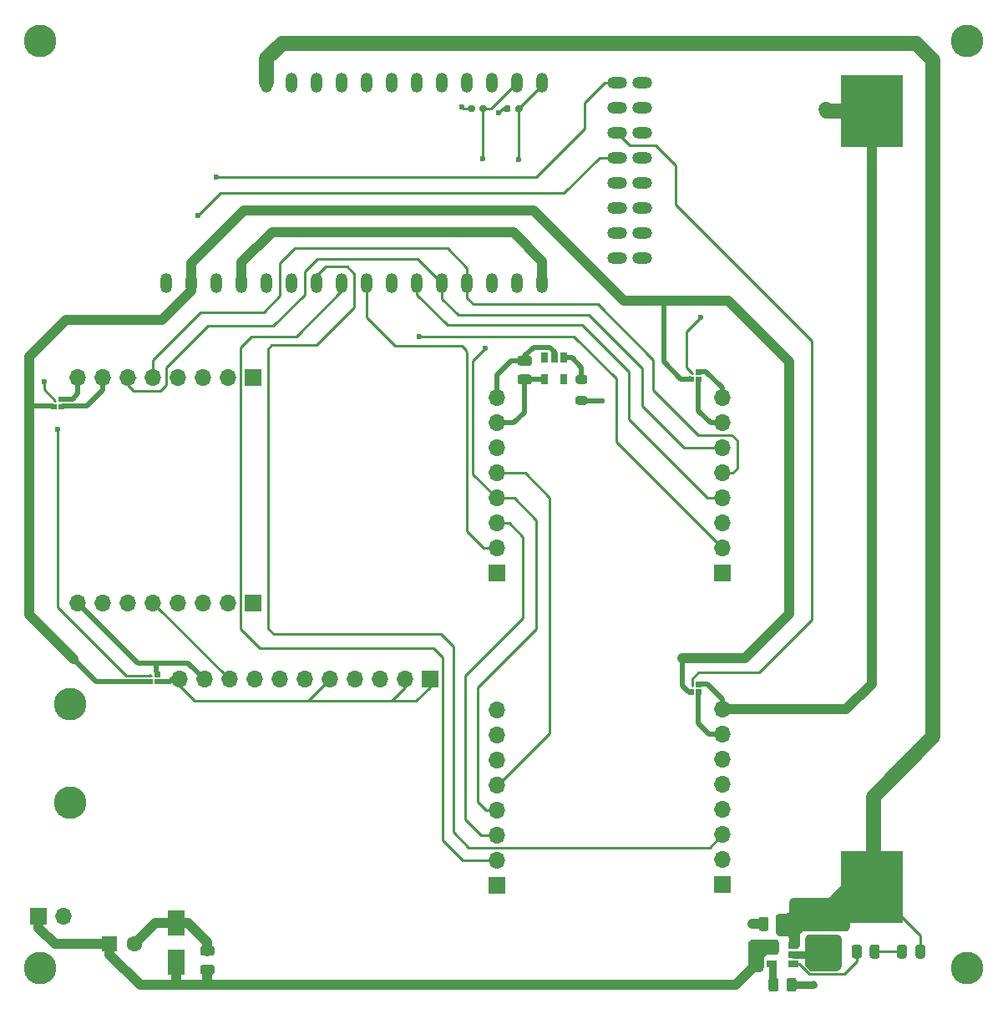
<source format=gbr>
G04 #@! TF.GenerationSoftware,KiCad,Pcbnew,5.1.9-73d0e3b20d~88~ubuntu20.04.1*
G04 #@! TF.CreationDate,2021-03-19T21:26:38+02:00*
G04 #@! TF.ProjectId,QuickFeather-Enviroment-Monitor,51756963-6b46-4656-9174-6865722d456e,rev?*
G04 #@! TF.SameCoordinates,Original*
G04 #@! TF.FileFunction,Copper,L1,Top*
G04 #@! TF.FilePolarity,Positive*
%FSLAX46Y46*%
G04 Gerber Fmt 4.6, Leading zero omitted, Abs format (unit mm)*
G04 Created by KiCad (PCBNEW 5.1.9-73d0e3b20d~88~ubuntu20.04.1) date 2021-03-19 21:26:38*
%MOMM*%
%LPD*%
G01*
G04 APERTURE LIST*
G04 #@! TA.AperFunction,ComponentPad*
%ADD10O,2.000000X1.200000*%
G04 #@! TD*
G04 #@! TA.AperFunction,ComponentPad*
%ADD11O,1.200000X2.000000*%
G04 #@! TD*
G04 #@! TA.AperFunction,ComponentPad*
%ADD12O,1.700000X1.700000*%
G04 #@! TD*
G04 #@! TA.AperFunction,ComponentPad*
%ADD13R,1.700000X1.700000*%
G04 #@! TD*
G04 #@! TA.AperFunction,ComponentPad*
%ADD14C,3.302000*%
G04 #@! TD*
G04 #@! TA.AperFunction,SMDPad,CuDef*
%ADD15C,0.250000*%
G04 #@! TD*
G04 #@! TA.AperFunction,SMDPad,CuDef*
%ADD16R,1.060000X0.650000*%
G04 #@! TD*
G04 #@! TA.AperFunction,SMDPad,CuDef*
%ADD17R,1.800000X2.500000*%
G04 #@! TD*
G04 #@! TA.AperFunction,SMDPad,CuDef*
%ADD18R,6.350000X7.340000*%
G04 #@! TD*
G04 #@! TA.AperFunction,ComponentPad*
%ADD19C,1.600000*%
G04 #@! TD*
G04 #@! TA.AperFunction,ComponentPad*
%ADD20R,1.600000X1.600000*%
G04 #@! TD*
G04 #@! TA.AperFunction,SMDPad,CuDef*
%ADD21R,0.650000X1.060000*%
G04 #@! TD*
G04 #@! TA.AperFunction,ViaPad*
%ADD22C,0.800000*%
G04 #@! TD*
G04 #@! TA.AperFunction,ViaPad*
%ADD23C,0.600000*%
G04 #@! TD*
G04 #@! TA.AperFunction,Conductor*
%ADD24C,0.500000*%
G04 #@! TD*
G04 #@! TA.AperFunction,Conductor*
%ADD25C,1.000000*%
G04 #@! TD*
G04 #@! TA.AperFunction,Conductor*
%ADD26C,1.500000*%
G04 #@! TD*
G04 #@! TA.AperFunction,Conductor*
%ADD27C,0.750000*%
G04 #@! TD*
G04 #@! TA.AperFunction,Conductor*
%ADD28C,0.250000*%
G04 #@! TD*
G04 #@! TA.AperFunction,Conductor*
%ADD29C,0.200000*%
G04 #@! TD*
G04 #@! TA.AperFunction,Conductor*
%ADD30C,0.100000*%
G04 #@! TD*
G04 #@! TA.AperFunction,Conductor*
%ADD31C,0.254000*%
G04 #@! TD*
G04 APERTURE END LIST*
D10*
X91540000Y-37200000D03*
X94080000Y-39740000D03*
X94080000Y-37200000D03*
X91540000Y-39740000D03*
X91540000Y-42280000D03*
X94080000Y-44820000D03*
X94080000Y-42280000D03*
X91540000Y-44820000D03*
X91540000Y-47360000D03*
X94080000Y-49900000D03*
X94080000Y-47360000D03*
X91540000Y-49900000D03*
X94080000Y-54980000D03*
X94080000Y-52440000D03*
X91540000Y-54980000D03*
X91540000Y-52440000D03*
D11*
X76300000Y-37200000D03*
X83920000Y-37200000D03*
X68680000Y-37200000D03*
X73760000Y-37200000D03*
X71220000Y-37200000D03*
X81380000Y-37200000D03*
X66140000Y-37200000D03*
X58520000Y-37200000D03*
X61060000Y-37200000D03*
X78840000Y-37200000D03*
X63600000Y-37200000D03*
X55980000Y-37200000D03*
X83920000Y-57520000D03*
X81380000Y-57520000D03*
X78840000Y-57520000D03*
X76300000Y-57520000D03*
X73760000Y-57520000D03*
X71220000Y-57520000D03*
X68680000Y-57520000D03*
X66140000Y-57520000D03*
X63600000Y-57520000D03*
X61060000Y-57520000D03*
X58520000Y-57520000D03*
X55980000Y-57520000D03*
X53440000Y-57520000D03*
X50900000Y-57520000D03*
X48360000Y-57520000D03*
X45820000Y-57520000D03*
D12*
X46994000Y-89942000D03*
X44454000Y-89942000D03*
X52074000Y-89942000D03*
X41914000Y-89942000D03*
X39374000Y-89942000D03*
X36834000Y-89942000D03*
D13*
X54614000Y-89942000D03*
D12*
X49534000Y-89942000D03*
X36834000Y-67082000D03*
X39374000Y-67082000D03*
X41914000Y-67082000D03*
X44454000Y-67082000D03*
X46994000Y-67082000D03*
X49534000Y-67082000D03*
X52074000Y-67082000D03*
D13*
X54614000Y-67082000D03*
D12*
X79308000Y-110944000D03*
X79308000Y-108404000D03*
X79308000Y-116024000D03*
X79308000Y-105864000D03*
X79308000Y-103324000D03*
X79308000Y-100784000D03*
D13*
X79308000Y-118564000D03*
D12*
X79308000Y-113484000D03*
X102168000Y-100764000D03*
X102168000Y-103304000D03*
X102168000Y-105844000D03*
X102168000Y-108384000D03*
X102168000Y-110924000D03*
X102168000Y-113464000D03*
X102168000Y-116004000D03*
D13*
X102168000Y-118544000D03*
D12*
X79308000Y-79344000D03*
X79308000Y-76804000D03*
X79308000Y-84424000D03*
X79308000Y-74264000D03*
X79308000Y-71724000D03*
X79308000Y-69184000D03*
D13*
X79308000Y-86964000D03*
D12*
X79308000Y-81884000D03*
X102168000Y-69164000D03*
X102168000Y-71704000D03*
X102168000Y-74244000D03*
X102168000Y-76784000D03*
X102168000Y-79324000D03*
X102168000Y-81864000D03*
X102168000Y-84404000D03*
D13*
X102168000Y-86944000D03*
D14*
X36014000Y-110176000D03*
X36014000Y-100176000D03*
D15*
X34980000Y-69400000D03*
X34480000Y-69400000D03*
X34480000Y-69900000D03*
X34980000Y-69900000D03*
X99580000Y-66620000D03*
X99080000Y-66620000D03*
X99080000Y-67120000D03*
X99580000Y-67120000D03*
X99580000Y-98330000D03*
X99080000Y-98330000D03*
X99080000Y-98830000D03*
X99580000Y-98830000D03*
X44690000Y-97260000D03*
X44190000Y-97260000D03*
X44190000Y-97760000D03*
X44690000Y-97760000D03*
D16*
X107200000Y-126570000D03*
X107200000Y-124670000D03*
X109400000Y-124670000D03*
X109400000Y-125620000D03*
X109400000Y-126570000D03*
D17*
X46800000Y-122380000D03*
X46800000Y-126380000D03*
D18*
X117300000Y-40070000D03*
X117300000Y-118730000D03*
D19*
X42560000Y-124500000D03*
D20*
X40060000Y-124500000D03*
G04 #@! TA.AperFunction,SMDPad,CuDef*
G36*
G01*
X108670000Y-129120001D02*
X108670000Y-128219999D01*
G75*
G02*
X108919999Y-127970000I249999J0D01*
G01*
X109445001Y-127970000D01*
G75*
G02*
X109695000Y-128219999I0J-249999D01*
G01*
X109695000Y-129120001D01*
G75*
G02*
X109445001Y-129370000I-249999J0D01*
G01*
X108919999Y-129370000D01*
G75*
G02*
X108670000Y-129120001I0J249999D01*
G01*
G37*
G04 #@! TD.AperFunction*
G04 #@! TA.AperFunction,SMDPad,CuDef*
G36*
G01*
X106845000Y-129120001D02*
X106845000Y-128219999D01*
G75*
G02*
X107094999Y-127970000I249999J0D01*
G01*
X107620001Y-127970000D01*
G75*
G02*
X107870000Y-128219999I0J-249999D01*
G01*
X107870000Y-129120001D01*
G75*
G02*
X107620001Y-129370000I-249999J0D01*
G01*
X107094999Y-129370000D01*
G75*
G02*
X106845000Y-129120001I0J249999D01*
G01*
G37*
G04 #@! TD.AperFunction*
G04 #@! TA.AperFunction,SMDPad,CuDef*
G36*
G01*
X117100000Y-125750001D02*
X117100000Y-124849999D01*
G75*
G02*
X117349999Y-124600000I249999J0D01*
G01*
X117875001Y-124600000D01*
G75*
G02*
X118125000Y-124849999I0J-249999D01*
G01*
X118125000Y-125750001D01*
G75*
G02*
X117875001Y-126000000I-249999J0D01*
G01*
X117349999Y-126000000D01*
G75*
G02*
X117100000Y-125750001I0J249999D01*
G01*
G37*
G04 #@! TD.AperFunction*
G04 #@! TA.AperFunction,SMDPad,CuDef*
G36*
G01*
X115275000Y-125750001D02*
X115275000Y-124849999D01*
G75*
G02*
X115524999Y-124600000I249999J0D01*
G01*
X116050001Y-124600000D01*
G75*
G02*
X116300000Y-124849999I0J-249999D01*
G01*
X116300000Y-125750001D01*
G75*
G02*
X116050001Y-126000000I-249999J0D01*
G01*
X115524999Y-126000000D01*
G75*
G02*
X115275000Y-125750001I0J249999D01*
G01*
G37*
G04 #@! TD.AperFunction*
G04 #@! TA.AperFunction,SMDPad,CuDef*
G36*
G01*
X121750000Y-125756250D02*
X121750000Y-124843750D01*
G75*
G02*
X121993750Y-124600000I243750J0D01*
G01*
X122481250Y-124600000D01*
G75*
G02*
X122725000Y-124843750I0J-243750D01*
G01*
X122725000Y-125756250D01*
G75*
G02*
X122481250Y-126000000I-243750J0D01*
G01*
X121993750Y-126000000D01*
G75*
G02*
X121750000Y-125756250I0J243750D01*
G01*
G37*
G04 #@! TD.AperFunction*
G04 #@! TA.AperFunction,SMDPad,CuDef*
G36*
G01*
X119875000Y-125756250D02*
X119875000Y-124843750D01*
G75*
G02*
X120118750Y-124600000I243750J0D01*
G01*
X120606250Y-124600000D01*
G75*
G02*
X120850000Y-124843750I0J-243750D01*
G01*
X120850000Y-125756250D01*
G75*
G02*
X120606250Y-126000000I-243750J0D01*
G01*
X120118750Y-126000000D01*
G75*
G02*
X119875000Y-125756250I0J243750D01*
G01*
G37*
G04 #@! TD.AperFunction*
G04 #@! TA.AperFunction,SMDPad,CuDef*
G36*
G01*
X50425000Y-125740000D02*
X49475000Y-125740000D01*
G75*
G02*
X49225000Y-125490000I0J250000D01*
G01*
X49225000Y-124990000D01*
G75*
G02*
X49475000Y-124740000I250000J0D01*
G01*
X50425000Y-124740000D01*
G75*
G02*
X50675000Y-124990000I0J-250000D01*
G01*
X50675000Y-125490000D01*
G75*
G02*
X50425000Y-125740000I-250000J0D01*
G01*
G37*
G04 #@! TD.AperFunction*
G04 #@! TA.AperFunction,SMDPad,CuDef*
G36*
G01*
X50425000Y-127640000D02*
X49475000Y-127640000D01*
G75*
G02*
X49225000Y-127390000I0J250000D01*
G01*
X49225000Y-126890000D01*
G75*
G02*
X49475000Y-126640000I250000J0D01*
G01*
X50425000Y-126640000D01*
G75*
G02*
X50675000Y-126890000I0J-250000D01*
G01*
X50675000Y-127390000D01*
G75*
G02*
X50425000Y-127640000I-250000J0D01*
G01*
G37*
G04 #@! TD.AperFunction*
G04 #@! TA.AperFunction,SMDPad,CuDef*
G36*
G01*
X106850000Y-122025000D02*
X106850000Y-122975000D01*
G75*
G02*
X106600000Y-123225000I-250000J0D01*
G01*
X106100000Y-123225000D01*
G75*
G02*
X105850000Y-122975000I0J250000D01*
G01*
X105850000Y-122025000D01*
G75*
G02*
X106100000Y-121775000I250000J0D01*
G01*
X106600000Y-121775000D01*
G75*
G02*
X106850000Y-122025000I0J-250000D01*
G01*
G37*
G04 #@! TD.AperFunction*
G04 #@! TA.AperFunction,SMDPad,CuDef*
G36*
G01*
X108750000Y-122025000D02*
X108750000Y-122975000D01*
G75*
G02*
X108500000Y-123225000I-250000J0D01*
G01*
X108000000Y-123225000D01*
G75*
G02*
X107750000Y-122975000I0J250000D01*
G01*
X107750000Y-122025000D01*
G75*
G02*
X108000000Y-121775000I250000J0D01*
G01*
X108500000Y-121775000D01*
G75*
G02*
X108750000Y-122025000I0J-250000D01*
G01*
G37*
G04 #@! TD.AperFunction*
D21*
X86060000Y-67310000D03*
X84160000Y-67310000D03*
X84160000Y-65110000D03*
X85110000Y-65110000D03*
X86060000Y-65110000D03*
G04 #@! TA.AperFunction,SMDPad,CuDef*
G36*
G01*
X80700000Y-39710000D02*
X80700000Y-40030000D01*
G75*
G02*
X80540000Y-40190000I-160000J0D01*
G01*
X80145000Y-40190000D01*
G75*
G02*
X79985000Y-40030000I0J160000D01*
G01*
X79985000Y-39710000D01*
G75*
G02*
X80145000Y-39550000I160000J0D01*
G01*
X80540000Y-39550000D01*
G75*
G02*
X80700000Y-39710000I0J-160000D01*
G01*
G37*
G04 #@! TD.AperFunction*
G04 #@! TA.AperFunction,SMDPad,CuDef*
G36*
G01*
X81895000Y-39710000D02*
X81895000Y-40030000D01*
G75*
G02*
X81735000Y-40190000I-160000J0D01*
G01*
X81340000Y-40190000D01*
G75*
G02*
X81180000Y-40030000I0J160000D01*
G01*
X81180000Y-39710000D01*
G75*
G02*
X81340000Y-39550000I160000J0D01*
G01*
X81735000Y-39550000D01*
G75*
G02*
X81895000Y-39710000I0J-160000D01*
G01*
G37*
G04 #@! TD.AperFunction*
G04 #@! TA.AperFunction,SMDPad,CuDef*
G36*
G01*
X77070000Y-39680000D02*
X77070000Y-40000000D01*
G75*
G02*
X76910000Y-40160000I-160000J0D01*
G01*
X76515000Y-40160000D01*
G75*
G02*
X76355000Y-40000000I0J160000D01*
G01*
X76355000Y-39680000D01*
G75*
G02*
X76515000Y-39520000I160000J0D01*
G01*
X76910000Y-39520000D01*
G75*
G02*
X77070000Y-39680000I0J-160000D01*
G01*
G37*
G04 #@! TD.AperFunction*
G04 #@! TA.AperFunction,SMDPad,CuDef*
G36*
G01*
X78265000Y-39680000D02*
X78265000Y-40000000D01*
G75*
G02*
X78105000Y-40160000I-160000J0D01*
G01*
X77710000Y-40160000D01*
G75*
G02*
X77550000Y-40000000I0J160000D01*
G01*
X77550000Y-39680000D01*
G75*
G02*
X77710000Y-39520000I160000J0D01*
G01*
X78105000Y-39520000D01*
G75*
G02*
X78265000Y-39680000I0J-160000D01*
G01*
G37*
G04 #@! TD.AperFunction*
G04 #@! TA.AperFunction,SMDPad,CuDef*
G36*
G01*
X88271250Y-67745000D02*
X87508750Y-67745000D01*
G75*
G02*
X87290000Y-67526250I0J218750D01*
G01*
X87290000Y-67088750D01*
G75*
G02*
X87508750Y-66870000I218750J0D01*
G01*
X88271250Y-66870000D01*
G75*
G02*
X88490000Y-67088750I0J-218750D01*
G01*
X88490000Y-67526250D01*
G75*
G02*
X88271250Y-67745000I-218750J0D01*
G01*
G37*
G04 #@! TD.AperFunction*
G04 #@! TA.AperFunction,SMDPad,CuDef*
G36*
G01*
X88271250Y-69870000D02*
X87508750Y-69870000D01*
G75*
G02*
X87290000Y-69651250I0J218750D01*
G01*
X87290000Y-69213750D01*
G75*
G02*
X87508750Y-68995000I218750J0D01*
G01*
X88271250Y-68995000D01*
G75*
G02*
X88490000Y-69213750I0J-218750D01*
G01*
X88490000Y-69651250D01*
G75*
G02*
X88271250Y-69870000I-218750J0D01*
G01*
G37*
G04 #@! TD.AperFunction*
G04 #@! TA.AperFunction,SMDPad,CuDef*
G36*
G01*
X82595000Y-65910000D02*
X81645000Y-65910000D01*
G75*
G02*
X81395000Y-65660000I0J250000D01*
G01*
X81395000Y-65160000D01*
G75*
G02*
X81645000Y-64910000I250000J0D01*
G01*
X82595000Y-64910000D01*
G75*
G02*
X82845000Y-65160000I0J-250000D01*
G01*
X82845000Y-65660000D01*
G75*
G02*
X82595000Y-65910000I-250000J0D01*
G01*
G37*
G04 #@! TD.AperFunction*
G04 #@! TA.AperFunction,SMDPad,CuDef*
G36*
G01*
X82595000Y-67810000D02*
X81645000Y-67810000D01*
G75*
G02*
X81395000Y-67560000I0J250000D01*
G01*
X81395000Y-67060000D01*
G75*
G02*
X81645000Y-66810000I250000J0D01*
G01*
X82595000Y-66810000D01*
G75*
G02*
X82845000Y-67060000I0J-250000D01*
G01*
X82845000Y-67560000D01*
G75*
G02*
X82595000Y-67810000I-250000J0D01*
G01*
G37*
G04 #@! TD.AperFunction*
D12*
X35390000Y-121730000D03*
D13*
X32850000Y-121730000D03*
X72500000Y-97700000D03*
D12*
X69960000Y-97700000D03*
X67420000Y-97700000D03*
X64880000Y-97700000D03*
X62340000Y-97700000D03*
X59800000Y-97700000D03*
X57260000Y-97700000D03*
X54720000Y-97700000D03*
X52180000Y-97700000D03*
X49640000Y-97700000D03*
X47100000Y-97700000D03*
D14*
X33014000Y-126976000D03*
X127014000Y-126976000D03*
X127014000Y-32976000D03*
X33014000Y-32976000D03*
D22*
X111490000Y-124470000D03*
D23*
X112680000Y-39960000D03*
D22*
X105200000Y-122489999D03*
X111389998Y-128670000D03*
X113420000Y-124460000D03*
X113390000Y-126190000D03*
X111530000Y-126210000D03*
D23*
X50839998Y-46770002D03*
X33400000Y-67550000D03*
X99940000Y-61030000D03*
X49020000Y-50670000D03*
X34800000Y-72340000D03*
X71440000Y-62959998D03*
X81500000Y-45029998D03*
X77870000Y-44950000D03*
X79510000Y-40290000D03*
X75740000Y-39715000D03*
X78160000Y-64140000D03*
X89960000Y-69460000D03*
D24*
X79434000Y-69310000D02*
X79308000Y-69184000D01*
X99840000Y-66490000D02*
X99830000Y-66480000D01*
X100500000Y-66490000D02*
X99840000Y-66490000D01*
X102168000Y-68158000D02*
X100500000Y-66490000D01*
X102168000Y-69164000D02*
X102168000Y-68158000D01*
X100640000Y-98200000D02*
X99930000Y-98200000D01*
X102168000Y-99728000D02*
X100640000Y-98200000D01*
X102168000Y-100764000D02*
X102168000Y-99728000D01*
D25*
X79260000Y-69136000D02*
X79308000Y-69184000D01*
D24*
X36834000Y-67082000D02*
X36834000Y-68726000D01*
X36834000Y-68726000D02*
X36290000Y-69270000D01*
X36290000Y-69270000D02*
X35270000Y-69270000D01*
X49640000Y-97700000D02*
X47970000Y-96030000D01*
X47970000Y-96030000D02*
X45880000Y-96030000D01*
X36834000Y-89942000D02*
X42922000Y-96030000D01*
X44790000Y-96030000D02*
X44790000Y-96910000D01*
X42922000Y-96030000D02*
X44790000Y-96030000D01*
X44790000Y-96030000D02*
X45880000Y-96030000D01*
D25*
X56490000Y-52370000D02*
X53440000Y-55420000D01*
X53440000Y-55420000D02*
X53440000Y-57520000D01*
X80970000Y-52370000D02*
X56490000Y-52370000D01*
X83920000Y-55320000D02*
X80970000Y-52370000D01*
X83920000Y-57520000D02*
X83920000Y-55320000D01*
D26*
X117300000Y-40070000D02*
X112790000Y-40070000D01*
X112790000Y-40070000D02*
X112680000Y-39960000D01*
D25*
X102168000Y-100764000D02*
X114736000Y-100764000D01*
X114736000Y-100764000D02*
X117300000Y-98200000D01*
X117300000Y-98200000D02*
X117300000Y-40070000D01*
D24*
X79308000Y-69184000D02*
X79308000Y-66872000D01*
X80770000Y-65410000D02*
X82120000Y-65410000D01*
X79308000Y-66872000D02*
X80770000Y-65410000D01*
X85110000Y-64484998D02*
X85110000Y-65110000D01*
X83000000Y-64050000D02*
X84675002Y-64050000D01*
X82120000Y-64930000D02*
X83000000Y-64050000D01*
X84675002Y-64050000D02*
X85110000Y-64484998D01*
X82120000Y-65410000D02*
X82120000Y-64930000D01*
D25*
X44680000Y-122380000D02*
X42560000Y-124500000D01*
X46800000Y-122380000D02*
X44680000Y-122380000D01*
X48000000Y-122380000D02*
X46800000Y-122380000D01*
X49950000Y-124330000D02*
X48000000Y-122380000D01*
X49950000Y-125240000D02*
X49950000Y-124330000D01*
D27*
X109400000Y-125620000D02*
X111590000Y-125620000D01*
D25*
X106350000Y-122500000D02*
X105210001Y-122500000D01*
X105210001Y-122500000D02*
X105200000Y-122489999D01*
D27*
X109182500Y-128670000D02*
X111389998Y-128670000D01*
D28*
X76300000Y-57520000D02*
X76300000Y-56980000D01*
X49290000Y-60500000D02*
X44454000Y-65336000D01*
X55650000Y-60500000D02*
X49290000Y-60500000D01*
X57320000Y-58830000D02*
X55650000Y-60500000D01*
X44454000Y-65336000D02*
X44454000Y-67082000D01*
X57320000Y-55510000D02*
X57320000Y-58830000D01*
X58830000Y-54000000D02*
X57320000Y-55510000D01*
X74310000Y-54000000D02*
X58830000Y-54000000D01*
X76300000Y-55990000D02*
X74310000Y-54000000D01*
X76300000Y-57520000D02*
X76300000Y-55990000D01*
X103186000Y-76784000D02*
X102168000Y-76784000D01*
X103120000Y-72950000D02*
X103670000Y-73500000D01*
X95140000Y-68400000D02*
X99690000Y-72950000D01*
X103670000Y-76300000D02*
X103186000Y-76784000D01*
X95140000Y-65300000D02*
X95140000Y-68400000D01*
X89530000Y-59690000D02*
X95140000Y-65300000D01*
X103670000Y-73500000D02*
X103670000Y-76300000D01*
X76960000Y-59690000D02*
X89530000Y-59690000D01*
X76300000Y-59030000D02*
X76960000Y-59690000D01*
X99690000Y-72950000D02*
X103120000Y-72950000D01*
X76300000Y-57520000D02*
X76300000Y-59030000D01*
X41914000Y-67082000D02*
X42638000Y-67082000D01*
X73760000Y-57520000D02*
X73760000Y-57140000D01*
X98870000Y-74260000D02*
X98886000Y-74244000D01*
X94000000Y-70030000D02*
X98230000Y-74260000D01*
X94000000Y-66160000D02*
X94000000Y-70030000D01*
X98230000Y-74260000D02*
X98870000Y-74260000D01*
X88610000Y-60770000D02*
X94000000Y-66160000D01*
X98886000Y-74244000D02*
X102168000Y-74244000D01*
X75390000Y-60770000D02*
X88610000Y-60770000D01*
X73760000Y-59140000D02*
X75390000Y-60770000D01*
X73760000Y-57520000D02*
X73760000Y-59140000D01*
X45170000Y-68440000D02*
X42510000Y-68440000D01*
X42510000Y-68440000D02*
X41914000Y-67844000D01*
X45740000Y-66120000D02*
X45740000Y-67870000D01*
X56650000Y-61850000D02*
X50010000Y-61850000D01*
X59810000Y-56320000D02*
X59810000Y-58690000D01*
X61070000Y-55060000D02*
X59810000Y-56320000D01*
X50010000Y-61850000D02*
X45740000Y-66120000D01*
X71300000Y-55060000D02*
X61070000Y-55060000D01*
X41914000Y-67844000D02*
X41914000Y-67082000D01*
X45740000Y-67870000D02*
X45170000Y-68440000D01*
X59810000Y-58690000D02*
X56650000Y-61850000D01*
X73760000Y-57520000D02*
X71300000Y-55060000D01*
X100654000Y-79324000D02*
X102168000Y-79324000D01*
X92690000Y-71360000D02*
X100654000Y-79324000D01*
X92690000Y-66520000D02*
X92690000Y-71360000D01*
X74280000Y-61770000D02*
X87940000Y-61770000D01*
X87940000Y-61770000D02*
X92690000Y-66520000D01*
X71220000Y-58710000D02*
X74280000Y-61770000D01*
X71220000Y-57520000D02*
X71220000Y-58710000D01*
D24*
X47100000Y-97700000D02*
X46410000Y-97700000D01*
X46410000Y-97700000D02*
X46220000Y-97890000D01*
X46220000Y-97890000D02*
X44970000Y-97890000D01*
D28*
X72500000Y-98530000D02*
X72500000Y-97700000D01*
X71120000Y-99910000D02*
X72500000Y-98530000D01*
X68620000Y-99910000D02*
X71120000Y-99910000D01*
X69990000Y-97730000D02*
X69960000Y-97700000D01*
X69990000Y-98540000D02*
X69990000Y-97730000D01*
X68620000Y-99910000D02*
X69990000Y-98540000D01*
X60130000Y-99910000D02*
X62340000Y-97700000D01*
X60120000Y-99910000D02*
X60130000Y-99910000D01*
X60120000Y-99910000D02*
X68620000Y-99910000D01*
X48690000Y-99910000D02*
X60120000Y-99910000D01*
X47100000Y-98320000D02*
X48690000Y-99910000D01*
X47100000Y-97700000D02*
X47100000Y-98320000D01*
X122237500Y-123667500D02*
X117300000Y-118730000D01*
X122237500Y-125300000D02*
X122237500Y-123667500D01*
X117300000Y-118730000D02*
X114770000Y-118730000D01*
X114770000Y-118730000D02*
X114000000Y-119500000D01*
D26*
X117500000Y-118530000D02*
X117300000Y-118730000D01*
X123540000Y-103550000D02*
X117500000Y-109590000D01*
X123540000Y-34970000D02*
X123540000Y-103550000D01*
X121810000Y-33240000D02*
X123540000Y-34970000D01*
X57530000Y-33240000D02*
X121810000Y-33240000D01*
X117500000Y-109590000D02*
X117500000Y-118530000D01*
X55980000Y-34790000D02*
X57530000Y-33240000D01*
X55980000Y-37200000D02*
X55980000Y-34790000D01*
D28*
X33400000Y-68320000D02*
X33400000Y-67550000D01*
X34530000Y-69450000D02*
X33400000Y-68320000D01*
X83309998Y-46770002D02*
X50839998Y-46770002D01*
X88170000Y-41910000D02*
X83309998Y-46770002D01*
X88170000Y-39290000D02*
X88170000Y-41910000D01*
X90260000Y-37200000D02*
X88170000Y-39290000D01*
X91540000Y-37200000D02*
X90260000Y-37200000D01*
X98520000Y-62450000D02*
X99940000Y-61030000D01*
X98520000Y-66060000D02*
X98520000Y-62450000D01*
X99130000Y-66670000D02*
X98520000Y-66060000D01*
X99130000Y-97650000D02*
X99130000Y-98380000D01*
X99750000Y-97030000D02*
X99130000Y-97650000D01*
X105880000Y-97030000D02*
X99750000Y-97030000D01*
X111240000Y-91670000D02*
X105880000Y-97030000D01*
X97460000Y-49570000D02*
X111240000Y-63350000D01*
X97460000Y-45610000D02*
X97460000Y-49570000D01*
X95390000Y-43540000D02*
X97460000Y-45610000D01*
X111240000Y-63350000D02*
X111240000Y-91670000D01*
X92800000Y-43540000D02*
X95390000Y-43540000D01*
X91540000Y-42280000D02*
X92800000Y-43540000D01*
X44240000Y-97310000D02*
X41700000Y-97310000D01*
X41700000Y-97310000D02*
X34800000Y-90410000D01*
X34800000Y-90410000D02*
X34800000Y-72340000D01*
X89710000Y-44820000D02*
X91540000Y-44820000D01*
X86100000Y-48430000D02*
X89710000Y-44820000D01*
X51260000Y-48430000D02*
X86100000Y-48430000D01*
X49020000Y-50670000D02*
X51260000Y-48430000D01*
X87129998Y-62959998D02*
X71440000Y-62959998D01*
X91400000Y-67230000D02*
X87129998Y-62959998D01*
X91400000Y-73636000D02*
X91400000Y-67230000D01*
X102168000Y-84404000D02*
X91400000Y-73636000D01*
X83920000Y-37487500D02*
X81537500Y-39870000D01*
X83920000Y-37200000D02*
X83920000Y-37487500D01*
X81537500Y-39870000D02*
X81537500Y-44992498D01*
X81537500Y-44992498D02*
X81500000Y-45029998D01*
X78740000Y-39840000D02*
X81380000Y-37200000D01*
X77907500Y-39840000D02*
X78740000Y-39840000D01*
X44454000Y-89974000D02*
X44454000Y-89942000D01*
X52180000Y-97700000D02*
X44454000Y-89974000D01*
X82174000Y-76804000D02*
X79308000Y-76804000D01*
X84670000Y-103160000D02*
X84670000Y-79300000D01*
X84670000Y-79300000D02*
X82174000Y-76804000D01*
X79426000Y-108404000D02*
X84670000Y-103160000D01*
X79308000Y-108404000D02*
X79426000Y-108404000D01*
X77907500Y-39840000D02*
X77907500Y-44912500D01*
X77907500Y-44912500D02*
X77870000Y-44950000D01*
X79930000Y-39870000D02*
X79510000Y-40290000D01*
X80342500Y-39870000D02*
X79930000Y-39870000D01*
X75865000Y-39840000D02*
X75740000Y-39715000D01*
X76712500Y-39840000D02*
X75865000Y-39840000D01*
X78214000Y-110944000D02*
X79308000Y-110944000D01*
X77350000Y-110080000D02*
X78214000Y-110944000D01*
X77350000Y-98560000D02*
X77350000Y-110080000D01*
X83310000Y-81550000D02*
X83310000Y-92600000D01*
X81104000Y-79344000D02*
X83310000Y-81550000D01*
X83310000Y-92600000D02*
X77350000Y-98560000D01*
X79308000Y-79344000D02*
X81104000Y-79344000D01*
X76870000Y-76906000D02*
X76870000Y-65430000D01*
X76870000Y-65430000D02*
X78160000Y-64140000D01*
X79308000Y-79344000D02*
X76870000Y-76906000D01*
X77674000Y-113484000D02*
X79308000Y-113484000D01*
X76060000Y-111870000D02*
X77674000Y-113484000D01*
X76060000Y-97310000D02*
X76060000Y-111870000D01*
X81910000Y-83240000D02*
X81910000Y-91460000D01*
X80554000Y-81884000D02*
X81910000Y-83240000D01*
X81910000Y-91460000D02*
X76060000Y-97310000D01*
X79308000Y-81884000D02*
X80554000Y-81884000D01*
X68990000Y-63900000D02*
X66140000Y-61050000D01*
X76150000Y-64320000D02*
X75730000Y-63900000D01*
X76150000Y-64505181D02*
X76150000Y-64320000D01*
X76237788Y-64687688D02*
X76237788Y-64592969D01*
X76254830Y-64704730D02*
X76237788Y-64687688D01*
X76254830Y-82684830D02*
X76254830Y-64704730D01*
X77994000Y-84424000D02*
X76254830Y-82684830D01*
X66140000Y-61050000D02*
X66140000Y-57520000D01*
X75730000Y-63900000D02*
X68990000Y-63900000D01*
X76237788Y-64592969D02*
X76150000Y-64505181D01*
X79308000Y-84424000D02*
X77994000Y-84424000D01*
X59010000Y-62930000D02*
X63600000Y-58340000D01*
X54400000Y-62930000D02*
X59010000Y-62930000D01*
X53280000Y-64050000D02*
X54400000Y-62930000D01*
X53280000Y-92590000D02*
X53280000Y-64050000D01*
X55260000Y-94570000D02*
X53280000Y-92590000D01*
X63600000Y-58340000D02*
X63600000Y-57520000D01*
X72850000Y-94570000D02*
X55260000Y-94570000D01*
X73780000Y-95500000D02*
X72850000Y-94570000D01*
X73780000Y-113980000D02*
X73780000Y-95500000D01*
X75824000Y-116024000D02*
X73780000Y-113980000D01*
X79308000Y-116024000D02*
X75824000Y-116024000D01*
X100882000Y-114750000D02*
X102168000Y-113464000D01*
X74870000Y-113170000D02*
X76450000Y-114750000D01*
X61060000Y-57520000D02*
X61060000Y-56750000D01*
X56480000Y-63810000D02*
X56090000Y-64200000D01*
X61060000Y-56750000D02*
X61920000Y-55890000D01*
X64830000Y-56610000D02*
X64830000Y-59960000D01*
X56090000Y-92560000D02*
X56670000Y-93140000D01*
X76450000Y-114750000D02*
X100882000Y-114750000D01*
X64110000Y-55890000D02*
X64830000Y-56610000D01*
X64830000Y-59960000D02*
X60980000Y-63810000D01*
X60980000Y-63810000D02*
X56480000Y-63810000D01*
X56670000Y-93140000D02*
X73640000Y-93140000D01*
X61920000Y-55890000D02*
X64110000Y-55890000D01*
X56090000Y-64200000D02*
X56090000Y-92560000D01*
X73640000Y-93140000D02*
X74870000Y-94370000D01*
X74870000Y-94370000D02*
X74870000Y-113170000D01*
D24*
X39374000Y-67082000D02*
X39374000Y-68366000D01*
X39374000Y-68366000D02*
X37710000Y-70030000D01*
X37710000Y-70030000D02*
X35320000Y-70030000D01*
X99730000Y-67270000D02*
X99725000Y-67265000D01*
X100944000Y-71704000D02*
X99730000Y-70490000D01*
X102168000Y-71704000D02*
X100944000Y-71704000D01*
D29*
X99530000Y-67070000D02*
X99730000Y-67270000D01*
D24*
X99730000Y-68850000D02*
X99730000Y-67270000D01*
X99730000Y-70490000D02*
X99730000Y-68850000D01*
X87917500Y-69460000D02*
X87890000Y-69432500D01*
X89960000Y-69460000D02*
X87917500Y-69460000D01*
X87890000Y-67307500D02*
X87890000Y-66090000D01*
X86910000Y-65110000D02*
X86060000Y-65110000D01*
X87890000Y-66090000D02*
X86910000Y-65110000D01*
X98130000Y-98370000D02*
X98710000Y-98950000D01*
X98130000Y-95580000D02*
X98130000Y-98370000D01*
D25*
X104430000Y-95580000D02*
X98130000Y-95580000D01*
X108950000Y-91060000D02*
X104430000Y-95580000D01*
X102780000Y-59360000D02*
X108950000Y-65530000D01*
X82990000Y-50180000D02*
X92170000Y-59360000D01*
X108950000Y-65530000D02*
X108950000Y-91060000D01*
X92170000Y-59360000D02*
X102780000Y-59360000D01*
X48360000Y-55510000D02*
X53690000Y-50180000D01*
X53690000Y-50180000D02*
X82990000Y-50180000D01*
X48360000Y-57520000D02*
X48360000Y-55510000D01*
D24*
X98810000Y-67240000D02*
X98830000Y-67220000D01*
X97920000Y-67240000D02*
X98810000Y-67240000D01*
X96220000Y-65540000D02*
X97920000Y-67240000D01*
X96220000Y-59520000D02*
X96220000Y-65540000D01*
X96380000Y-59360000D02*
X96220000Y-59520000D01*
D25*
X31920000Y-91170000D02*
X36410000Y-95660000D01*
D24*
X37480000Y-96730000D02*
X36410000Y-95660000D01*
X38640000Y-97890000D02*
X37480000Y-96730000D01*
X43970000Y-97890000D02*
X38640000Y-97890000D01*
X34250000Y-70030000D02*
X31960000Y-70030000D01*
D25*
X31920000Y-70070000D02*
X31920000Y-91170000D01*
D24*
X31960000Y-70030000D02*
X31920000Y-70070000D01*
D25*
X31920000Y-65020000D02*
X31920000Y-70070000D01*
X35640000Y-61300000D02*
X31920000Y-65020000D01*
X45340000Y-61300000D02*
X35640000Y-61300000D01*
X48360000Y-58280000D02*
X45340000Y-61300000D01*
X48360000Y-57520000D02*
X48360000Y-58280000D01*
D24*
X102168000Y-103304000D02*
X100834000Y-103304000D01*
X100834000Y-103304000D02*
X99710000Y-102180000D01*
X99710000Y-102180000D02*
X99710000Y-99160000D01*
D28*
X114530000Y-127520000D02*
X115787500Y-126262500D01*
X110940000Y-127520000D02*
X114530000Y-127520000D01*
X109990000Y-126570000D02*
X110940000Y-127520000D01*
X115787500Y-126262500D02*
X115787500Y-125300000D01*
X109400000Y-126570000D02*
X109990000Y-126570000D01*
D27*
X107280000Y-128592500D02*
X107357500Y-128670000D01*
X107280000Y-126650000D02*
X107280000Y-128592500D01*
X107200000Y-126570000D02*
X107280000Y-126650000D01*
D28*
X117612500Y-125300000D02*
X120362500Y-125300000D01*
D25*
X46800000Y-126380000D02*
X46800000Y-128380000D01*
X46800000Y-128380000D02*
X46480000Y-128700000D01*
X49950000Y-128650000D02*
X49900000Y-128700000D01*
X49950000Y-127140000D02*
X49950000Y-128650000D01*
X46480000Y-128700000D02*
X49900000Y-128700000D01*
X102370000Y-128700000D02*
X87900000Y-128700000D01*
X87900000Y-128700000D02*
X49900000Y-128700000D01*
D28*
X102694000Y-128700000D02*
X102370000Y-128700000D01*
D25*
X102694000Y-128700000D02*
X103480000Y-128700000D01*
X103480000Y-128700000D02*
X105360000Y-126820000D01*
X43180000Y-128700000D02*
X46480000Y-128700000D01*
X40060000Y-125580000D02*
X43180000Y-128700000D01*
X40060000Y-124500000D02*
X40060000Y-125580000D01*
X34480000Y-124500000D02*
X40060000Y-124500000D01*
X32850000Y-122870000D02*
X34480000Y-124500000D01*
X32850000Y-121730000D02*
X32850000Y-122870000D01*
D24*
X82120000Y-67310000D02*
X82120000Y-70630000D01*
X81026000Y-71724000D02*
X79308000Y-71724000D01*
X82120000Y-70630000D02*
X81026000Y-71724000D01*
X84160000Y-67310000D02*
X82120000Y-67310000D01*
D30*
X114767154Y-118430746D02*
X114882083Y-118498052D01*
X114972240Y-118596084D01*
X115029708Y-118716232D01*
X115050000Y-118851673D01*
X115050000Y-122696725D01*
X115034250Y-122816357D01*
X114989337Y-122924786D01*
X114917893Y-123017893D01*
X114824786Y-123089337D01*
X114716357Y-123134250D01*
X114596725Y-123150000D01*
X110509012Y-123150000D01*
X110501300Y-123150598D01*
X110348906Y-123174388D01*
X110339416Y-123176842D01*
X110334216Y-123179089D01*
X110196324Y-123248195D01*
X110188034Y-123253425D01*
X110183766Y-123257150D01*
X110073498Y-123364995D01*
X110067196Y-123372502D01*
X110064266Y-123377351D01*
X109992113Y-123513674D01*
X109988399Y-123522745D01*
X109987087Y-123528257D01*
X109959918Y-123680085D01*
X109959148Y-123687781D01*
X109940962Y-124506123D01*
X109915852Y-124646444D01*
X109851001Y-124768972D01*
X109751895Y-124865900D01*
X109627958Y-124928012D01*
X109487107Y-124950000D01*
X109404242Y-124950000D01*
X109284468Y-124934212D01*
X109175929Y-124889192D01*
X109082766Y-124817588D01*
X109011338Y-124724284D01*
X108966528Y-124615660D01*
X108950969Y-124495851D01*
X108959034Y-120302409D01*
X108974976Y-120182945D01*
X109019989Y-120074717D01*
X109091452Y-119981800D01*
X109184504Y-119910517D01*
X109292822Y-119865712D01*
X109412311Y-119850000D01*
X112786050Y-119850000D01*
X112792769Y-119849547D01*
X112925918Y-119831492D01*
X112938869Y-119827914D01*
X113062402Y-119775055D01*
X113073933Y-119768156D01*
X113178928Y-119684308D01*
X113183895Y-119679762D01*
X114271919Y-118539928D01*
X114380114Y-118455969D01*
X114504647Y-118408738D01*
X114637549Y-118400077D01*
X114767154Y-118430746D01*
G04 #@! TA.AperFunction,Conductor*
G36*
X114767154Y-118430746D02*
G01*
X114882083Y-118498052D01*
X114972240Y-118596084D01*
X115029708Y-118716232D01*
X115050000Y-118851673D01*
X115050000Y-122696725D01*
X115034250Y-122816357D01*
X114989337Y-122924786D01*
X114917893Y-123017893D01*
X114824786Y-123089337D01*
X114716357Y-123134250D01*
X114596725Y-123150000D01*
X110509012Y-123150000D01*
X110501300Y-123150598D01*
X110348906Y-123174388D01*
X110339416Y-123176842D01*
X110334216Y-123179089D01*
X110196324Y-123248195D01*
X110188034Y-123253425D01*
X110183766Y-123257150D01*
X110073498Y-123364995D01*
X110067196Y-123372502D01*
X110064266Y-123377351D01*
X109992113Y-123513674D01*
X109988399Y-123522745D01*
X109987087Y-123528257D01*
X109959918Y-123680085D01*
X109959148Y-123687781D01*
X109940962Y-124506123D01*
X109915852Y-124646444D01*
X109851001Y-124768972D01*
X109751895Y-124865900D01*
X109627958Y-124928012D01*
X109487107Y-124950000D01*
X109404242Y-124950000D01*
X109284468Y-124934212D01*
X109175929Y-124889192D01*
X109082766Y-124817588D01*
X109011338Y-124724284D01*
X108966528Y-124615660D01*
X108950969Y-124495851D01*
X108959034Y-120302409D01*
X108974976Y-120182945D01*
X109019989Y-120074717D01*
X109091452Y-119981800D01*
X109184504Y-119910517D01*
X109292822Y-119865712D01*
X109412311Y-119850000D01*
X112786050Y-119850000D01*
X112792769Y-119849547D01*
X112925918Y-119831492D01*
X112938869Y-119827914D01*
X113062402Y-119775055D01*
X113073933Y-119768156D01*
X113178928Y-119684308D01*
X113183895Y-119679762D01*
X114271919Y-118539928D01*
X114380114Y-118455969D01*
X114504647Y-118408738D01*
X114637549Y-118400077D01*
X114767154Y-118430746D01*
G37*
G04 #@! TD.AperFunction*
X109714557Y-120940128D02*
X109805112Y-120985177D01*
X109877118Y-121056202D01*
X109923407Y-121146133D01*
X109940000Y-121249977D01*
X109940000Y-124496725D01*
X109924250Y-124616357D01*
X109879337Y-124724786D01*
X109807893Y-124817893D01*
X109714786Y-124889337D01*
X109606357Y-124934250D01*
X109486725Y-124950000D01*
X109358732Y-124950000D01*
X109239775Y-124934430D01*
X109131869Y-124890022D01*
X109039027Y-124819339D01*
X108967502Y-124727141D01*
X108922114Y-124619645D01*
X108905464Y-124500834D01*
X108900091Y-123909763D01*
X108900071Y-123908742D01*
X108899468Y-123888318D01*
X108899428Y-123887297D01*
X108894938Y-123797503D01*
X108893491Y-123787809D01*
X108890445Y-123779149D01*
X108857865Y-123708142D01*
X108852924Y-123699677D01*
X108846426Y-123692338D01*
X108838622Y-123686408D01*
X108830976Y-123682564D01*
X108758431Y-123653571D01*
X108749016Y-123650843D01*
X108739875Y-123650000D01*
X108003275Y-123650000D01*
X107883643Y-123634250D01*
X107775214Y-123589337D01*
X107682107Y-123517893D01*
X107610663Y-123424786D01*
X107565750Y-123316357D01*
X107550000Y-123196725D01*
X107550000Y-121903275D01*
X107565750Y-121783643D01*
X107610663Y-121675214D01*
X107682107Y-121582107D01*
X107775214Y-121510663D01*
X107883643Y-121465750D01*
X108003275Y-121450000D01*
X108632216Y-121450000D01*
X108640275Y-121449346D01*
X108799342Y-121423369D01*
X108808814Y-121420849D01*
X108814622Y-121418242D01*
X108957161Y-121343009D01*
X108963983Y-121338669D01*
X109421999Y-120992271D01*
X109514825Y-120942869D01*
X109614475Y-120925540D01*
X109714557Y-120940128D01*
G04 #@! TA.AperFunction,Conductor*
G36*
X109714557Y-120940128D02*
G01*
X109805112Y-120985177D01*
X109877118Y-121056202D01*
X109923407Y-121146133D01*
X109940000Y-121249977D01*
X109940000Y-124496725D01*
X109924250Y-124616357D01*
X109879337Y-124724786D01*
X109807893Y-124817893D01*
X109714786Y-124889337D01*
X109606357Y-124934250D01*
X109486725Y-124950000D01*
X109358732Y-124950000D01*
X109239775Y-124934430D01*
X109131869Y-124890022D01*
X109039027Y-124819339D01*
X108967502Y-124727141D01*
X108922114Y-124619645D01*
X108905464Y-124500834D01*
X108900091Y-123909763D01*
X108900071Y-123908742D01*
X108899468Y-123888318D01*
X108899428Y-123887297D01*
X108894938Y-123797503D01*
X108893491Y-123787809D01*
X108890445Y-123779149D01*
X108857865Y-123708142D01*
X108852924Y-123699677D01*
X108846426Y-123692338D01*
X108838622Y-123686408D01*
X108830976Y-123682564D01*
X108758431Y-123653571D01*
X108749016Y-123650843D01*
X108739875Y-123650000D01*
X108003275Y-123650000D01*
X107883643Y-123634250D01*
X107775214Y-123589337D01*
X107682107Y-123517893D01*
X107610663Y-123424786D01*
X107565750Y-123316357D01*
X107550000Y-123196725D01*
X107550000Y-121903275D01*
X107565750Y-121783643D01*
X107610663Y-121675214D01*
X107682107Y-121582107D01*
X107775214Y-121510663D01*
X107883643Y-121465750D01*
X108003275Y-121450000D01*
X108632216Y-121450000D01*
X108640275Y-121449346D01*
X108799342Y-121423369D01*
X108808814Y-121420849D01*
X108814622Y-121418242D01*
X108957161Y-121343009D01*
X108963983Y-121338669D01*
X109421999Y-120992271D01*
X109514825Y-120942869D01*
X109614475Y-120925540D01*
X109714557Y-120940128D01*
G37*
G04 #@! TD.AperFunction*
X99950000Y-67490000D02*
X99460000Y-67490000D01*
X99460000Y-67000000D01*
X99950000Y-67000000D01*
X99950000Y-67490000D01*
G04 #@! TA.AperFunction,Conductor*
G36*
X99950000Y-67490000D02*
G01*
X99460000Y-67490000D01*
X99460000Y-67000000D01*
X99950000Y-67000000D01*
X99950000Y-67490000D01*
G37*
G04 #@! TD.AperFunction*
X99950000Y-66746582D02*
X99460000Y-66746582D01*
X99460000Y-66256582D01*
X99950000Y-66256582D01*
X99950000Y-66746582D01*
G04 #@! TA.AperFunction,Conductor*
G36*
X99950000Y-66746582D02*
G01*
X99460000Y-66746582D01*
X99460000Y-66256582D01*
X99950000Y-66256582D01*
X99950000Y-66746582D01*
G37*
G04 #@! TD.AperFunction*
X99200000Y-67490000D02*
X98710000Y-67490000D01*
X98710000Y-67000000D01*
X99200000Y-67000000D01*
X99200000Y-67490000D01*
G04 #@! TA.AperFunction,Conductor*
G36*
X99200000Y-67490000D02*
G01*
X98710000Y-67490000D01*
X98710000Y-67000000D01*
X99200000Y-67000000D01*
X99200000Y-67490000D01*
G37*
G04 #@! TD.AperFunction*
X99950000Y-99200000D02*
X99460000Y-99200000D01*
X99460000Y-98710000D01*
X99950000Y-98710000D01*
X99950000Y-99200000D01*
G04 #@! TA.AperFunction,Conductor*
G36*
X99950000Y-99200000D02*
G01*
X99460000Y-99200000D01*
X99460000Y-98710000D01*
X99950000Y-98710000D01*
X99950000Y-99200000D01*
G37*
G04 #@! TD.AperFunction*
X99200000Y-99200000D02*
X98710000Y-99200000D01*
X98710000Y-98710000D01*
X99200000Y-98710000D01*
X99200000Y-99200000D01*
G04 #@! TA.AperFunction,Conductor*
G36*
X99200000Y-99200000D02*
G01*
X98710000Y-99200000D01*
X98710000Y-98710000D01*
X99200000Y-98710000D01*
X99200000Y-99200000D01*
G37*
G04 #@! TD.AperFunction*
X99950000Y-98450000D02*
X99460000Y-98450000D01*
X99460000Y-97960000D01*
X99950000Y-97960000D01*
X99950000Y-98450000D01*
G04 #@! TA.AperFunction,Conductor*
G36*
X99950000Y-98450000D02*
G01*
X99460000Y-98450000D01*
X99460000Y-97960000D01*
X99950000Y-97960000D01*
X99950000Y-98450000D01*
G37*
G04 #@! TD.AperFunction*
X35350000Y-69520000D02*
X34860000Y-69520000D01*
X34860000Y-69030000D01*
X35350000Y-69030000D01*
X35350000Y-69520000D01*
G04 #@! TA.AperFunction,Conductor*
G36*
X35350000Y-69520000D02*
G01*
X34860000Y-69520000D01*
X34860000Y-69030000D01*
X35350000Y-69030000D01*
X35350000Y-69520000D01*
G37*
G04 #@! TD.AperFunction*
X35350000Y-70270000D02*
X34860000Y-70270000D01*
X34860000Y-69780000D01*
X35350000Y-69780000D01*
X35350000Y-70270000D01*
G04 #@! TA.AperFunction,Conductor*
G36*
X35350000Y-70270000D02*
G01*
X34860000Y-70270000D01*
X34860000Y-69780000D01*
X35350000Y-69780000D01*
X35350000Y-70270000D01*
G37*
G04 #@! TD.AperFunction*
X34600000Y-70270000D02*
X34110000Y-70270000D01*
X34110000Y-69780000D01*
X34600000Y-69780000D01*
X34600000Y-70270000D01*
G04 #@! TA.AperFunction,Conductor*
G36*
X34600000Y-70270000D02*
G01*
X34110000Y-70270000D01*
X34110000Y-69780000D01*
X34600000Y-69780000D01*
X34600000Y-70270000D01*
G37*
G04 #@! TD.AperFunction*
X45060000Y-98130000D02*
X44570000Y-98130000D01*
X44570000Y-97640000D01*
X45060000Y-97640000D01*
X45060000Y-98130000D01*
G04 #@! TA.AperFunction,Conductor*
G36*
X45060000Y-98130000D02*
G01*
X44570000Y-98130000D01*
X44570000Y-97640000D01*
X45060000Y-97640000D01*
X45060000Y-98130000D01*
G37*
G04 #@! TD.AperFunction*
X45060000Y-97380000D02*
X44570000Y-97380000D01*
X44570000Y-96890000D01*
X45060000Y-96890000D01*
X45060000Y-97380000D01*
G04 #@! TA.AperFunction,Conductor*
G36*
X45060000Y-97380000D02*
G01*
X44570000Y-97380000D01*
X44570000Y-96890000D01*
X45060000Y-96890000D01*
X45060000Y-97380000D01*
G37*
G04 #@! TD.AperFunction*
X44310000Y-98130000D02*
X43820000Y-98130000D01*
X43820000Y-97640000D01*
X44310000Y-97640000D01*
X44310000Y-98130000D01*
G04 #@! TA.AperFunction,Conductor*
G36*
X44310000Y-98130000D02*
G01*
X43820000Y-98130000D01*
X43820000Y-97640000D01*
X44310000Y-97640000D01*
X44310000Y-98130000D01*
G37*
G04 #@! TD.AperFunction*
D31*
X113806257Y-123690769D02*
X113895955Y-123727923D01*
X113972976Y-123787024D01*
X114032077Y-123864045D01*
X114069231Y-123953743D01*
X114083000Y-124058328D01*
X114083000Y-126721672D01*
X114069231Y-126826257D01*
X114032077Y-126915955D01*
X113972976Y-126992976D01*
X113895955Y-127052077D01*
X113806257Y-127089231D01*
X113701672Y-127103000D01*
X111091514Y-127103000D01*
X110627000Y-126638486D01*
X110627000Y-124058328D01*
X110640769Y-123953743D01*
X110677923Y-123864045D01*
X110737024Y-123787024D01*
X110814045Y-123727923D01*
X110903743Y-123690769D01*
X111008328Y-123677000D01*
X113701672Y-123677000D01*
X113806257Y-123690769D01*
G04 #@! TA.AperFunction,Conductor*
D30*
G36*
X113806257Y-123690769D02*
G01*
X113895955Y-123727923D01*
X113972976Y-123787024D01*
X114032077Y-123864045D01*
X114069231Y-123953743D01*
X114083000Y-124058328D01*
X114083000Y-126721672D01*
X114069231Y-126826257D01*
X114032077Y-126915955D01*
X113972976Y-126992976D01*
X113895955Y-127052077D01*
X113806257Y-127089231D01*
X113701672Y-127103000D01*
X111091514Y-127103000D01*
X110627000Y-126638486D01*
X110627000Y-124058328D01*
X110640769Y-123953743D01*
X110677923Y-123864045D01*
X110737024Y-123787024D01*
X110814045Y-123727923D01*
X110903743Y-123690769D01*
X111008328Y-123677000D01*
X113701672Y-123677000D01*
X113806257Y-123690769D01*
G37*
G04 #@! TD.AperFunction*
X107520404Y-124065750D02*
X107628833Y-124110663D01*
X107721940Y-124182107D01*
X107793384Y-124275214D01*
X107838297Y-124383643D01*
X107854047Y-124503275D01*
X107854047Y-125096725D01*
X107838297Y-125216357D01*
X107793384Y-125324786D01*
X107721940Y-125417893D01*
X107628833Y-125489337D01*
X107520404Y-125534250D01*
X107400772Y-125550000D01*
X106834047Y-125550000D01*
X106827521Y-125550428D01*
X106698111Y-125567465D01*
X106685503Y-125570843D01*
X106564913Y-125620793D01*
X106553609Y-125627320D01*
X106450056Y-125706780D01*
X106440827Y-125716009D01*
X106361367Y-125819562D01*
X106354840Y-125830866D01*
X106304890Y-125951456D01*
X106301512Y-125964064D01*
X106284475Y-126093474D01*
X106284047Y-126100000D01*
X106284047Y-126866725D01*
X106268297Y-126986357D01*
X106223384Y-127094786D01*
X106151940Y-127187893D01*
X106058833Y-127259337D01*
X105950404Y-127304250D01*
X105830772Y-127320000D01*
X105247322Y-127320000D01*
X105127690Y-127304250D01*
X105019261Y-127259337D01*
X104926154Y-127187893D01*
X104854710Y-127094786D01*
X104809797Y-126986357D01*
X104794047Y-126866725D01*
X104794047Y-124503275D01*
X104809797Y-124383643D01*
X104854710Y-124275214D01*
X104926154Y-124182107D01*
X105019261Y-124110663D01*
X105127690Y-124065750D01*
X105247322Y-124050000D01*
X107400772Y-124050000D01*
X107520404Y-124065750D01*
G04 #@! TA.AperFunction,Conductor*
G36*
X107520404Y-124065750D02*
G01*
X107628833Y-124110663D01*
X107721940Y-124182107D01*
X107793384Y-124275214D01*
X107838297Y-124383643D01*
X107854047Y-124503275D01*
X107854047Y-125096725D01*
X107838297Y-125216357D01*
X107793384Y-125324786D01*
X107721940Y-125417893D01*
X107628833Y-125489337D01*
X107520404Y-125534250D01*
X107400772Y-125550000D01*
X106834047Y-125550000D01*
X106827521Y-125550428D01*
X106698111Y-125567465D01*
X106685503Y-125570843D01*
X106564913Y-125620793D01*
X106553609Y-125627320D01*
X106450056Y-125706780D01*
X106440827Y-125716009D01*
X106361367Y-125819562D01*
X106354840Y-125830866D01*
X106304890Y-125951456D01*
X106301512Y-125964064D01*
X106284475Y-126093474D01*
X106284047Y-126100000D01*
X106284047Y-126866725D01*
X106268297Y-126986357D01*
X106223384Y-127094786D01*
X106151940Y-127187893D01*
X106058833Y-127259337D01*
X105950404Y-127304250D01*
X105830772Y-127320000D01*
X105247322Y-127320000D01*
X105127690Y-127304250D01*
X105019261Y-127259337D01*
X104926154Y-127187893D01*
X104854710Y-127094786D01*
X104809797Y-126986357D01*
X104794047Y-126866725D01*
X104794047Y-124503275D01*
X104809797Y-124383643D01*
X104854710Y-124275214D01*
X104926154Y-124182107D01*
X105019261Y-124110663D01*
X105127690Y-124065750D01*
X105247322Y-124050000D01*
X107400772Y-124050000D01*
X107520404Y-124065750D01*
G37*
G04 #@! TD.AperFunction*
M02*

</source>
